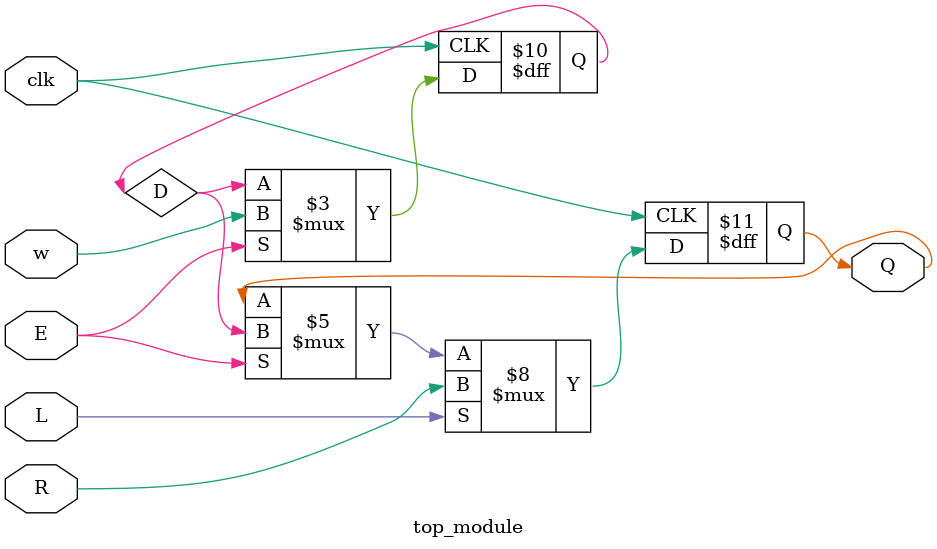
<source format=sv>
module top_module (
  input wire clk,
  input wire w,
  input wire R,
  input wire E,
  input wire L,
  output reg Q
);
  reg D;
  
  always @(posedge clk) begin
    if (L) begin
      Q <= R;
    end else if (E) begin
      Q <= D;
    end
  end
  
  always @(posedge clk) begin
    if (E) begin
      D <= w;
    end
  end
endmodule

</source>
